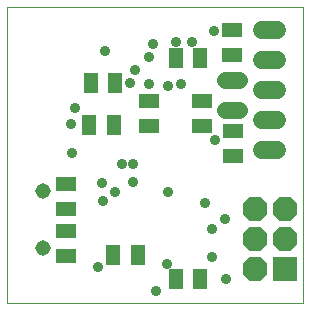
<source format=gbs>
G75*
G70*
%OFA0B0*%
%FSLAX24Y24*%
%IPPOS*%
%LPD*%
%AMOC8*
5,1,8,0,0,1.08239X$1,22.5*
%
%ADD10C,0.0000*%
%ADD11C,0.0518*%
%ADD12R,0.0671X0.0513*%
%ADD13R,0.0513X0.0671*%
%ADD14C,0.0598*%
%ADD15C,0.0558*%
%ADD16R,0.0820X0.0820*%
%ADD17OC8,0.0820*%
%ADD18C,0.0356*%
D10*
X000363Y000479D02*
X000363Y010322D01*
X010205Y010322D01*
X010205Y000479D01*
X000363Y000479D01*
D11*
X001544Y002285D03*
X001544Y004185D03*
D12*
X002331Y004436D03*
X002331Y003609D03*
X002331Y002861D03*
X002331Y002034D03*
X005087Y006365D03*
X005087Y007192D03*
X006859Y007192D03*
X006859Y006365D03*
X007882Y006208D03*
X007882Y005381D03*
X007843Y008727D03*
X007843Y009554D03*
D13*
X006800Y008629D03*
X005973Y008629D03*
X003965Y007802D03*
X003138Y007802D03*
X003099Y006385D03*
X003926Y006385D03*
X003886Y002054D03*
X004713Y002054D03*
X005973Y001267D03*
X006800Y001267D03*
D14*
X008840Y005566D02*
X009358Y005566D01*
X009358Y006566D02*
X008840Y006566D01*
X008840Y007566D02*
X009358Y007566D01*
X009358Y008566D02*
X008840Y008566D01*
X008840Y009566D02*
X009358Y009566D01*
D15*
X008082Y007908D02*
X007604Y007908D01*
X007604Y006908D02*
X008082Y006908D01*
D16*
X009603Y001605D03*
D17*
X008603Y001605D03*
X008603Y002605D03*
X009603Y002605D03*
X009603Y003605D03*
X008603Y003605D03*
D18*
X007607Y003275D03*
X007174Y002920D03*
X006938Y003786D03*
X005717Y004180D03*
X004536Y004495D03*
X003945Y004180D03*
X003552Y003865D03*
X003512Y004456D03*
X004182Y005086D03*
X004536Y005086D03*
X002528Y005479D03*
X002489Y006424D03*
X002607Y006975D03*
X004457Y007802D03*
X004615Y008235D03*
X005087Y008668D03*
X005205Y009101D03*
X005993Y009180D03*
X006504Y009180D03*
X007252Y009534D03*
X006150Y007763D03*
X005717Y007684D03*
X005087Y007763D03*
X003630Y008865D03*
X007292Y005912D03*
X007174Y002015D03*
X007646Y001267D03*
X005678Y001778D03*
X005323Y000873D03*
X003394Y001660D03*
M02*

</source>
